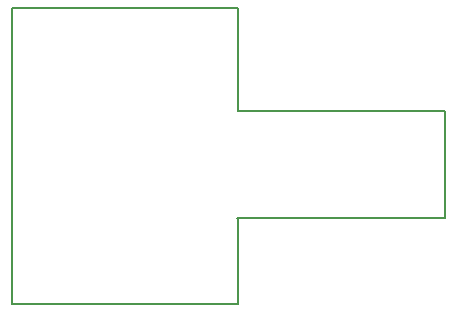
<source format=gm1>
G04 Layer_Color=16711935*
%FSLAX25Y25*%
%MOIN*%
G70*
G01*
G75*
%ADD22C,0.00500*%
D22*
X75300Y64400D02*
X144300D01*
X75300D02*
Y98300D01*
X0Y0D02*
X75300D01*
Y28400D01*
X75200Y28500D02*
X75300Y28400D01*
X75200Y28500D02*
X144300D01*
X144400Y28600D01*
Y64300D01*
X144300Y64400D02*
X144400Y64300D01*
X75100Y98500D02*
X75300Y98300D01*
X0Y98500D02*
X75100D01*
X0Y0D02*
Y98500D01*
M02*

</source>
